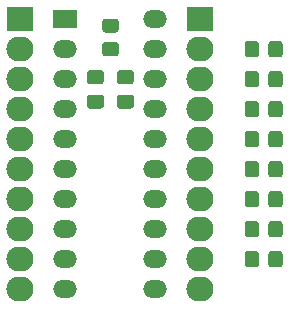
<source format=gbr>
%TF.GenerationSoftware,KiCad,Pcbnew,(5.1.8)-1*%
%TF.CreationDate,2023-01-12T00:15:59+03:00*%
%TF.ProjectId,273,3237332e-6b69-4636-9164-5f7063625858,rev?*%
%TF.SameCoordinates,Original*%
%TF.FileFunction,Soldermask,Bot*%
%TF.FilePolarity,Negative*%
%FSLAX46Y46*%
G04 Gerber Fmt 4.6, Leading zero omitted, Abs format (unit mm)*
G04 Created by KiCad (PCBNEW (5.1.8)-1) date 2023-01-12 00:15:59*
%MOMM*%
%LPD*%
G01*
G04 APERTURE LIST*
%ADD10R,2.300000X2.100000*%
%ADD11O,2.300000X2.100000*%
%ADD12R,2.000000X1.500000*%
%ADD13O,2.000000X1.500000*%
G04 APERTURE END LIST*
%TO.C,R9*%
G36*
G01*
X93380000Y-53790001D02*
X93380000Y-52889999D01*
G75*
G02*
X93629999Y-52640000I249999J0D01*
G01*
X94330001Y-52640000D01*
G75*
G02*
X94580000Y-52889999I0J-249999D01*
G01*
X94580000Y-53790001D01*
G75*
G02*
X94330001Y-54040000I-249999J0D01*
G01*
X93629999Y-54040000D01*
G75*
G02*
X93380000Y-53790001I0J249999D01*
G01*
G37*
G36*
G01*
X91380000Y-53790001D02*
X91380000Y-52889999D01*
G75*
G02*
X91629999Y-52640000I249999J0D01*
G01*
X92330001Y-52640000D01*
G75*
G02*
X92580000Y-52889999I0J-249999D01*
G01*
X92580000Y-53790001D01*
G75*
G02*
X92330001Y-54040000I-249999J0D01*
G01*
X91629999Y-54040000D01*
G75*
G02*
X91380000Y-53790001I0J249999D01*
G01*
G37*
%TD*%
%TO.C,R8*%
G36*
G01*
X93380000Y-51250001D02*
X93380000Y-50349999D01*
G75*
G02*
X93629999Y-50100000I249999J0D01*
G01*
X94330001Y-50100000D01*
G75*
G02*
X94580000Y-50349999I0J-249999D01*
G01*
X94580000Y-51250001D01*
G75*
G02*
X94330001Y-51500000I-249999J0D01*
G01*
X93629999Y-51500000D01*
G75*
G02*
X93380000Y-51250001I0J249999D01*
G01*
G37*
G36*
G01*
X91380000Y-51250001D02*
X91380000Y-50349999D01*
G75*
G02*
X91629999Y-50100000I249999J0D01*
G01*
X92330001Y-50100000D01*
G75*
G02*
X92580000Y-50349999I0J-249999D01*
G01*
X92580000Y-51250001D01*
G75*
G02*
X92330001Y-51500000I-249999J0D01*
G01*
X91629999Y-51500000D01*
G75*
G02*
X91380000Y-51250001I0J249999D01*
G01*
G37*
%TD*%
%TO.C,R7*%
G36*
G01*
X93380000Y-48710001D02*
X93380000Y-47809999D01*
G75*
G02*
X93629999Y-47560000I249999J0D01*
G01*
X94330001Y-47560000D01*
G75*
G02*
X94580000Y-47809999I0J-249999D01*
G01*
X94580000Y-48710001D01*
G75*
G02*
X94330001Y-48960000I-249999J0D01*
G01*
X93629999Y-48960000D01*
G75*
G02*
X93380000Y-48710001I0J249999D01*
G01*
G37*
G36*
G01*
X91380000Y-48710001D02*
X91380000Y-47809999D01*
G75*
G02*
X91629999Y-47560000I249999J0D01*
G01*
X92330001Y-47560000D01*
G75*
G02*
X92580000Y-47809999I0J-249999D01*
G01*
X92580000Y-48710001D01*
G75*
G02*
X92330001Y-48960000I-249999J0D01*
G01*
X91629999Y-48960000D01*
G75*
G02*
X91380000Y-48710001I0J249999D01*
G01*
G37*
%TD*%
%TO.C,R6*%
G36*
G01*
X93380000Y-46170001D02*
X93380000Y-45269999D01*
G75*
G02*
X93629999Y-45020000I249999J0D01*
G01*
X94330001Y-45020000D01*
G75*
G02*
X94580000Y-45269999I0J-249999D01*
G01*
X94580000Y-46170001D01*
G75*
G02*
X94330001Y-46420000I-249999J0D01*
G01*
X93629999Y-46420000D01*
G75*
G02*
X93380000Y-46170001I0J249999D01*
G01*
G37*
G36*
G01*
X91380000Y-46170001D02*
X91380000Y-45269999D01*
G75*
G02*
X91629999Y-45020000I249999J0D01*
G01*
X92330001Y-45020000D01*
G75*
G02*
X92580000Y-45269999I0J-249999D01*
G01*
X92580000Y-46170001D01*
G75*
G02*
X92330001Y-46420000I-249999J0D01*
G01*
X91629999Y-46420000D01*
G75*
G02*
X91380000Y-46170001I0J249999D01*
G01*
G37*
%TD*%
%TO.C,R5*%
G36*
G01*
X93380000Y-43630001D02*
X93380000Y-42729999D01*
G75*
G02*
X93629999Y-42480000I249999J0D01*
G01*
X94330001Y-42480000D01*
G75*
G02*
X94580000Y-42729999I0J-249999D01*
G01*
X94580000Y-43630001D01*
G75*
G02*
X94330001Y-43880000I-249999J0D01*
G01*
X93629999Y-43880000D01*
G75*
G02*
X93380000Y-43630001I0J249999D01*
G01*
G37*
G36*
G01*
X91380000Y-43630001D02*
X91380000Y-42729999D01*
G75*
G02*
X91629999Y-42480000I249999J0D01*
G01*
X92330001Y-42480000D01*
G75*
G02*
X92580000Y-42729999I0J-249999D01*
G01*
X92580000Y-43630001D01*
G75*
G02*
X92330001Y-43880000I-249999J0D01*
G01*
X91629999Y-43880000D01*
G75*
G02*
X91380000Y-43630001I0J249999D01*
G01*
G37*
%TD*%
%TO.C,R4*%
G36*
G01*
X93380000Y-41090001D02*
X93380000Y-40189999D01*
G75*
G02*
X93629999Y-39940000I249999J0D01*
G01*
X94330001Y-39940000D01*
G75*
G02*
X94580000Y-40189999I0J-249999D01*
G01*
X94580000Y-41090001D01*
G75*
G02*
X94330001Y-41340000I-249999J0D01*
G01*
X93629999Y-41340000D01*
G75*
G02*
X93380000Y-41090001I0J249999D01*
G01*
G37*
G36*
G01*
X91380000Y-41090001D02*
X91380000Y-40189999D01*
G75*
G02*
X91629999Y-39940000I249999J0D01*
G01*
X92330001Y-39940000D01*
G75*
G02*
X92580000Y-40189999I0J-249999D01*
G01*
X92580000Y-41090001D01*
G75*
G02*
X92330001Y-41340000I-249999J0D01*
G01*
X91629999Y-41340000D01*
G75*
G02*
X91380000Y-41090001I0J249999D01*
G01*
G37*
%TD*%
%TO.C,R3*%
G36*
G01*
X93380000Y-38550001D02*
X93380000Y-37649999D01*
G75*
G02*
X93629999Y-37400000I249999J0D01*
G01*
X94330001Y-37400000D01*
G75*
G02*
X94580000Y-37649999I0J-249999D01*
G01*
X94580000Y-38550001D01*
G75*
G02*
X94330001Y-38800000I-249999J0D01*
G01*
X93629999Y-38800000D01*
G75*
G02*
X93380000Y-38550001I0J249999D01*
G01*
G37*
G36*
G01*
X91380000Y-38550001D02*
X91380000Y-37649999D01*
G75*
G02*
X91629999Y-37400000I249999J0D01*
G01*
X92330001Y-37400000D01*
G75*
G02*
X92580000Y-37649999I0J-249999D01*
G01*
X92580000Y-38550001D01*
G75*
G02*
X92330001Y-38800000I-249999J0D01*
G01*
X91629999Y-38800000D01*
G75*
G02*
X91380000Y-38550001I0J249999D01*
G01*
G37*
%TD*%
%TO.C,R2*%
G36*
G01*
X93380000Y-36010001D02*
X93380000Y-35109999D01*
G75*
G02*
X93629999Y-34860000I249999J0D01*
G01*
X94330001Y-34860000D01*
G75*
G02*
X94580000Y-35109999I0J-249999D01*
G01*
X94580000Y-36010001D01*
G75*
G02*
X94330001Y-36260000I-249999J0D01*
G01*
X93629999Y-36260000D01*
G75*
G02*
X93380000Y-36010001I0J249999D01*
G01*
G37*
G36*
G01*
X91380000Y-36010001D02*
X91380000Y-35109999D01*
G75*
G02*
X91629999Y-34860000I249999J0D01*
G01*
X92330001Y-34860000D01*
G75*
G02*
X92580000Y-35109999I0J-249999D01*
G01*
X92580000Y-36010001D01*
G75*
G02*
X92330001Y-36260000I-249999J0D01*
G01*
X91629999Y-36260000D01*
G75*
G02*
X91380000Y-36010001I0J249999D01*
G01*
G37*
%TD*%
%TO.C,C2*%
G36*
G01*
X78265000Y-39417500D02*
X79215000Y-39417500D01*
G75*
G02*
X79465000Y-39667500I0J-250000D01*
G01*
X79465000Y-40342500D01*
G75*
G02*
X79215000Y-40592500I-250000J0D01*
G01*
X78265000Y-40592500D01*
G75*
G02*
X78015000Y-40342500I0J250000D01*
G01*
X78015000Y-39667500D01*
G75*
G02*
X78265000Y-39417500I250000J0D01*
G01*
G37*
G36*
G01*
X78265000Y-37342500D02*
X79215000Y-37342500D01*
G75*
G02*
X79465000Y-37592500I0J-250000D01*
G01*
X79465000Y-38267500D01*
G75*
G02*
X79215000Y-38517500I-250000J0D01*
G01*
X78265000Y-38517500D01*
G75*
G02*
X78015000Y-38267500I0J250000D01*
G01*
X78015000Y-37592500D01*
G75*
G02*
X78265000Y-37342500I250000J0D01*
G01*
G37*
%TD*%
%TO.C,R1*%
G36*
G01*
X79559999Y-34960000D02*
X80460001Y-34960000D01*
G75*
G02*
X80710000Y-35209999I0J-249999D01*
G01*
X80710000Y-35910001D01*
G75*
G02*
X80460001Y-36160000I-249999J0D01*
G01*
X79559999Y-36160000D01*
G75*
G02*
X79310000Y-35910001I0J249999D01*
G01*
X79310000Y-35209999D01*
G75*
G02*
X79559999Y-34960000I249999J0D01*
G01*
G37*
G36*
G01*
X79559999Y-32960000D02*
X80460001Y-32960000D01*
G75*
G02*
X80710000Y-33209999I0J-249999D01*
G01*
X80710000Y-33910001D01*
G75*
G02*
X80460001Y-34160000I-249999J0D01*
G01*
X79559999Y-34160000D01*
G75*
G02*
X79310000Y-33910001I0J249999D01*
G01*
X79310000Y-33209999D01*
G75*
G02*
X79559999Y-32960000I249999J0D01*
G01*
G37*
%TD*%
%TO.C,C1*%
G36*
G01*
X80805000Y-39417500D02*
X81755000Y-39417500D01*
G75*
G02*
X82005000Y-39667500I0J-250000D01*
G01*
X82005000Y-40342500D01*
G75*
G02*
X81755000Y-40592500I-250000J0D01*
G01*
X80805000Y-40592500D01*
G75*
G02*
X80555000Y-40342500I0J250000D01*
G01*
X80555000Y-39667500D01*
G75*
G02*
X80805000Y-39417500I250000J0D01*
G01*
G37*
G36*
G01*
X80805000Y-37342500D02*
X81755000Y-37342500D01*
G75*
G02*
X82005000Y-37592500I0J-250000D01*
G01*
X82005000Y-38267500D01*
G75*
G02*
X81755000Y-38517500I-250000J0D01*
G01*
X80805000Y-38517500D01*
G75*
G02*
X80555000Y-38267500I0J250000D01*
G01*
X80555000Y-37592500D01*
G75*
G02*
X80805000Y-37342500I250000J0D01*
G01*
G37*
%TD*%
D10*
%TO.C,J1*%
X72390000Y-33020000D03*
D11*
X72390000Y-35560000D03*
X72390000Y-38100000D03*
X72390000Y-40640000D03*
X72390000Y-43180000D03*
X72390000Y-45720000D03*
X72390000Y-48260000D03*
X72390000Y-50800000D03*
X72390000Y-53340000D03*
X72390000Y-55880000D03*
%TD*%
%TO.C,J2*%
X87630000Y-55880000D03*
X87630000Y-53340000D03*
X87630000Y-50800000D03*
X87630000Y-48260000D03*
X87630000Y-45720000D03*
X87630000Y-43180000D03*
X87630000Y-40640000D03*
X87630000Y-38100000D03*
X87630000Y-35560000D03*
D10*
X87630000Y-33020000D03*
%TD*%
D12*
%TO.C,U1*%
X76200000Y-33020000D03*
D13*
X83820000Y-55880000D03*
X76200000Y-35560000D03*
X83820000Y-53340000D03*
X76200000Y-38100000D03*
X83820000Y-50800000D03*
X76200000Y-40640000D03*
X83820000Y-48260000D03*
X76200000Y-43180000D03*
X83820000Y-45720000D03*
X76200000Y-45720000D03*
X83820000Y-43180000D03*
X76200000Y-48260000D03*
X83820000Y-40640000D03*
X76200000Y-50800000D03*
X83820000Y-38100000D03*
X76200000Y-53340000D03*
X83820000Y-35560000D03*
X76200000Y-55880000D03*
X83820000Y-33020000D03*
%TD*%
M02*

</source>
